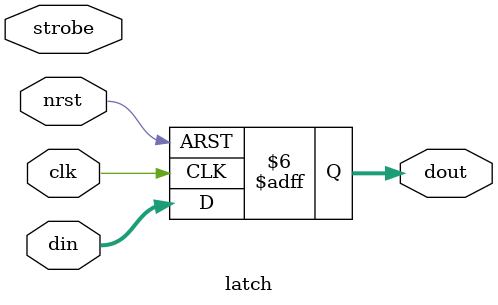
<source format=sv>
module latch(
    input  logic       clk,
    input logic nrst,
    input  logic       strobe,       // connect oflag
    input  logic [7:0] din,          // connect keycode[7:0]
    output logic [7:0] dout = 8'h00  // last received byte
);
    always_ff @(posedge clk, negedge nrst) begin
        if(nrst == 0) begin
            dout <= '0;
        end else begin
            if(strobe) begin 
                dout <= din;
            end
            else begin
                dout <= din;
            end
        end
    end
endmodule
</source>
